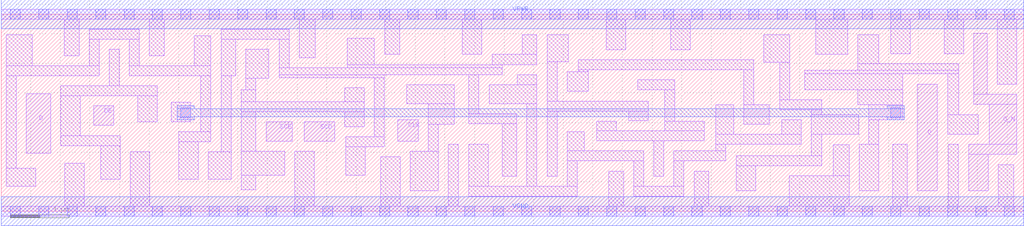
<source format=lef>
# Copyright 2020 The SkyWater PDK Authors
#
# Licensed under the Apache License, Version 2.0 (the "License");
# you may not use this file except in compliance with the License.
# You may obtain a copy of the License at
#
#     https://www.apache.org/licenses/LICENSE-2.0
#
# Unless required by applicable law or agreed to in writing, software
# distributed under the License is distributed on an "AS IS" BASIS,
# WITHOUT WARRANTIES OR CONDITIONS OF ANY KIND, either express or implied.
# See the License for the specific language governing permissions and
# limitations under the License.
#
# SPDX-License-Identifier: Apache-2.0

VERSION 5.7 ;
  NAMESCASESENSITIVE ON ;
  NOWIREEXTENSIONATPIN ON ;
  DIVIDERCHAR "/" ;
  BUSBITCHARS "[]" ;
UNITS
  DATABASE MICRONS 200 ;
END UNITS
MACRO sky130_fd_sc_ms__sedfxbp_2
  CLASS CORE ;
  FOREIGN sky130_fd_sc_ms__sedfxbp_2 ;
  ORIGIN  0.000000  0.000000 ;
  SIZE  17.28000 BY  3.330000 ;
  SYMMETRY X Y ;
  SITE unit ;
  PIN D
    ANTENNAGATEAREA  0.178200 ;
    DIRECTION INPUT ;
    USE SIGNAL ;
    PORT
      LAYER li1 ;
        RECT 0.425000 0.980000 0.835000 1.990000 ;
    END
  END D
  PIN DE
    ANTENNAGATEAREA  0.356400 ;
    DIRECTION INPUT ;
    USE SIGNAL ;
    PORT
      LAYER li1 ;
        RECT 1.565000 1.450000 1.905000 1.780000 ;
    END
  END DE
  PIN Q
    ANTENNADIFFAREA  0.509600 ;
    DIRECTION OUTPUT ;
    USE SIGNAL ;
    PORT
      LAYER li1 ;
        RECT 15.485000 0.350000 15.825000 2.150000 ;
    END
  END Q
  PIN Q_N
    ANTENNADIFFAREA  0.509600 ;
    DIRECTION OUTPUT ;
    USE SIGNAL ;
    PORT
      LAYER li1 ;
        RECT 16.355000 0.350000 16.685000 0.960000 ;
        RECT 16.355000 0.960000 17.165000 1.130000 ;
        RECT 16.435000 1.805000 17.165000 1.975000 ;
        RECT 16.435000 1.975000 16.665000 3.010000 ;
        RECT 16.700000 1.130000 17.165000 1.805000 ;
    END
  END Q_N
  PIN SCD
    ANTENNAGATEAREA  0.178200 ;
    DIRECTION INPUT ;
    USE SIGNAL ;
    PORT
      LAYER li1 ;
        RECT 5.125000 1.180000 5.635000 1.510000 ;
    END
  END SCD
  PIN SCE
    ANTENNAGATEAREA  0.356400 ;
    DIRECTION INPUT ;
    USE SIGNAL ;
    PORT
      LAYER li1 ;
        RECT 4.475000 1.180000 4.915000 1.510000 ;
    END
  END SCE
  PIN CLK
    ANTENNAGATEAREA  0.312600 ;
    DIRECTION INPUT ;
    USE CLOCK ;
    PORT
      LAYER li1 ;
        RECT 6.705000 1.180000 7.045000 1.550000 ;
    END
  END CLK
  PIN VGND
    DIRECTION INOUT ;
    USE GROUND ;
    PORT
      LAYER met1 ;
        RECT 0.000000 -0.245000 17.280000 0.245000 ;
    END
  END VGND
  PIN VPWR
    DIRECTION INOUT ;
    USE POWER ;
    PORT
      LAYER met1 ;
        RECT 0.000000 3.085000 17.280000 3.575000 ;
    END
  END VPWR
  OBS
    LAYER li1 ;
      RECT  0.000000 -0.085000 17.280000 0.085000 ;
      RECT  0.000000  3.245000 17.280000 3.415000 ;
      RECT  0.085000  0.420000  0.580000 0.730000 ;
      RECT  0.085000  0.730000  0.255000 2.290000 ;
      RECT  0.085000  2.290000  1.655000 2.460000 ;
      RECT  0.085000  2.460000  0.525000 2.980000 ;
      RECT  1.005000  1.110000  2.010000 1.280000 ;
      RECT  1.005000  1.280000  1.335000 1.950000 ;
      RECT  1.005000  1.950000  2.635000 2.120000 ;
      RECT  1.065000  2.630000  1.315000 3.245000 ;
      RECT  1.070000  0.085000  1.400000 0.810000 ;
      RECT  1.485000  2.460000  1.655000 2.905000 ;
      RECT  1.485000  2.905000  2.335000 3.075000 ;
      RECT  1.680000  0.545000  2.010000 1.110000 ;
      RECT  1.825000  2.120000  1.995000 2.735000 ;
      RECT  2.165000  2.290000  3.545000 2.460000 ;
      RECT  2.165000  2.460000  2.335000 2.905000 ;
      RECT  2.180000  0.085000  2.510000 1.005000 ;
      RECT  2.305000  1.515000  2.635000 1.950000 ;
      RECT  2.505000  2.630000  2.755000 3.245000 ;
      RECT  2.875000  1.515000  3.205000 1.845000 ;
      RECT  3.000000  0.545000  3.330000 1.175000 ;
      RECT  3.000000  1.175000  3.545000 1.345000 ;
      RECT  3.265000  2.460000  3.545000 2.970000 ;
      RECT  3.375000  1.345000  3.545000 2.290000 ;
      RECT  3.500000  0.545000  3.885000 1.005000 ;
      RECT  3.715000  1.005000  3.885000 2.290000 ;
      RECT  3.715000  2.290000  3.965000 2.905000 ;
      RECT  3.715000  2.905000  4.865000 3.075000 ;
      RECT  4.055000  0.365000  4.305000 0.605000 ;
      RECT  4.055000  0.605000  4.790000 1.010000 ;
      RECT  4.055000  1.010000  4.305000 1.680000 ;
      RECT  4.055000  1.680000  6.135000 1.850000 ;
      RECT  4.055000  1.850000  4.305000 2.055000 ;
      RECT  4.135000  2.055000  4.305000 2.245000 ;
      RECT  4.135000  2.245000  4.525000 2.735000 ;
      RECT  4.695000  2.255000  6.475000 2.310000 ;
      RECT  4.695000  2.310000  8.465000 2.425000 ;
      RECT  4.695000  2.425000  4.865000 2.905000 ;
      RECT  4.960000  0.085000  5.290000 1.010000 ;
      RECT  5.035000  2.595000  5.305000 3.245000 ;
      RECT  5.805000  1.430000  6.135000 1.680000 ;
      RECT  5.805000  1.850000  6.135000 2.085000 ;
      RECT  5.820000  0.605000  6.150000 1.090000 ;
      RECT  5.820000  1.090000  6.475000 1.260000 ;
      RECT  5.845000  2.425000  8.465000 2.480000 ;
      RECT  5.845000  2.480000  6.305000 2.925000 ;
      RECT  6.305000  1.260000  6.475000 2.255000 ;
      RECT  6.415000  0.085000  6.745000 0.920000 ;
      RECT  6.485000  2.650000  6.735000 3.245000 ;
      RECT  6.855000  1.820000  7.655000 2.140000 ;
      RECT  6.915000  0.350000  7.385000 1.010000 ;
      RECT  7.215000  1.010000  7.385000 1.470000 ;
      RECT  7.215000  1.470000  7.655000 1.820000 ;
      RECT  7.555000  0.085000  7.725000 1.130000 ;
      RECT  7.795000  2.650000  8.125000 3.245000 ;
      RECT  7.905000  0.255000  9.735000 0.425000 ;
      RECT  7.905000  0.425000  8.235000 1.130000 ;
      RECT  7.905000  1.480000  8.715000 1.650000 ;
      RECT  7.905000  1.650000  8.075000 2.310000 ;
      RECT  8.245000  1.820000  9.055000 2.140000 ;
      RECT  8.295000  2.480000  9.055000 2.650000 ;
      RECT  8.465000  0.595000  8.715000 1.480000 ;
      RECT  8.725000  2.140000  9.055000 2.305000 ;
      RECT  8.805000  2.650000  9.055000 2.980000 ;
      RECT  8.885000  0.425000  9.055000 1.820000 ;
      RECT  9.225000  0.595000  9.395000 1.690000 ;
      RECT  9.225000  1.690000 10.940000 1.860000 ;
      RECT  9.225000  1.860000  9.395000 2.530000 ;
      RECT  9.225000  2.530000  9.585000 2.980000 ;
      RECT  9.565000  0.425000  9.735000 0.850000 ;
      RECT  9.565000  0.850000 10.860000 1.020000 ;
      RECT  9.565000  1.020000  9.855000 1.345000 ;
      RECT  9.565000  2.030000  9.925000 2.360000 ;
      RECT  9.755000  2.360000  9.925000 2.390000 ;
      RECT  9.755000  2.390000 12.720000 2.560000 ;
      RECT 10.065000  1.190000 11.885000 1.360000 ;
      RECT 10.065000  1.360000 10.395000 1.520000 ;
      RECT 10.225000  2.730000 10.555000 3.245000 ;
      RECT 10.270000  0.085000 10.520000 0.680000 ;
      RECT 10.610000  1.530000 10.940000 1.690000 ;
      RECT 10.690000  0.255000 11.540000 0.425000 ;
      RECT 10.690000  0.425000 10.860000 0.850000 ;
      RECT 10.760000  2.050000 11.385000 2.220000 ;
      RECT 11.030000  0.595000 11.200000 1.190000 ;
      RECT 11.215000  1.360000 11.885000 1.520000 ;
      RECT 11.215000  1.520000 11.385000 2.050000 ;
      RECT 11.320000  2.730000 11.650000 3.245000 ;
      RECT 11.370000  0.425000 11.540000 0.850000 ;
      RECT 11.370000  0.850000 12.250000 1.020000 ;
      RECT 11.710000  0.085000 11.960000 0.680000 ;
      RECT 12.080000  1.020000 12.250000 1.130000 ;
      RECT 12.080000  1.130000 13.525000 1.300000 ;
      RECT 12.080000  1.300000 12.380000 1.800000 ;
      RECT 12.420000  0.350000 12.750000 0.770000 ;
      RECT 12.420000  0.770000 13.865000 0.940000 ;
      RECT 12.550000  1.470000 12.985000 1.800000 ;
      RECT 12.550000  1.800000 12.720000 2.390000 ;
      RECT 12.890000  2.520000 13.325000 2.980000 ;
      RECT 13.155000  1.715000 13.865000 1.885000 ;
      RECT 13.155000  1.885000 13.325000 2.520000 ;
      RECT 13.195000  1.300000 13.525000 1.545000 ;
      RECT 13.320000  0.085000 14.335000 0.600000 ;
      RECT 13.585000  2.055000 15.235000 2.320000 ;
      RECT 13.585000  2.320000 16.185000 2.380000 ;
      RECT 13.695000  0.940000 13.865000 1.300000 ;
      RECT 13.695000  1.300000 14.495000 1.630000 ;
      RECT 13.695000  1.630000 13.865000 1.715000 ;
      RECT 13.765000  2.650000 14.305000 3.245000 ;
      RECT 14.065000  0.600000 14.335000 1.120000 ;
      RECT 14.475000  1.800000 15.235000 2.055000 ;
      RECT 14.475000  2.380000 16.185000 2.490000 ;
      RECT 14.475000  2.490000 14.835000 2.980000 ;
      RECT 14.505000  0.350000 14.835000 1.130000 ;
      RECT 14.665000  1.130000 14.835000 1.550000 ;
      RECT 14.665000  1.550000 15.235000 1.800000 ;
      RECT 15.035000  2.660000 15.365000 3.245000 ;
      RECT 15.065000  0.085000 15.315000 1.130000 ;
      RECT 15.935000  2.660000 16.265000 3.245000 ;
      RECT 15.995000  1.300000 16.510000 1.635000 ;
      RECT 15.995000  1.635000 16.185000 2.320000 ;
      RECT 16.005000  0.085000 16.175000 1.130000 ;
      RECT 16.835000  2.145000 17.165000 3.245000 ;
      RECT 16.855000  0.085000 17.115000 0.790000 ;
    LAYER mcon ;
      RECT  0.155000 -0.085000  0.325000 0.085000 ;
      RECT  0.155000  3.245000  0.325000 3.415000 ;
      RECT  0.635000 -0.085000  0.805000 0.085000 ;
      RECT  0.635000  3.245000  0.805000 3.415000 ;
      RECT  1.115000 -0.085000  1.285000 0.085000 ;
      RECT  1.115000  3.245000  1.285000 3.415000 ;
      RECT  1.595000 -0.085000  1.765000 0.085000 ;
      RECT  1.595000  3.245000  1.765000 3.415000 ;
      RECT  2.075000 -0.085000  2.245000 0.085000 ;
      RECT  2.075000  3.245000  2.245000 3.415000 ;
      RECT  2.555000 -0.085000  2.725000 0.085000 ;
      RECT  2.555000  3.245000  2.725000 3.415000 ;
      RECT  3.035000 -0.085000  3.205000 0.085000 ;
      RECT  3.035000  1.580000  3.205000 1.750000 ;
      RECT  3.035000  3.245000  3.205000 3.415000 ;
      RECT  3.515000 -0.085000  3.685000 0.085000 ;
      RECT  3.515000  3.245000  3.685000 3.415000 ;
      RECT  3.995000 -0.085000  4.165000 0.085000 ;
      RECT  3.995000  3.245000  4.165000 3.415000 ;
      RECT  4.475000 -0.085000  4.645000 0.085000 ;
      RECT  4.475000  3.245000  4.645000 3.415000 ;
      RECT  4.955000 -0.085000  5.125000 0.085000 ;
      RECT  4.955000  3.245000  5.125000 3.415000 ;
      RECT  5.435000 -0.085000  5.605000 0.085000 ;
      RECT  5.435000  3.245000  5.605000 3.415000 ;
      RECT  5.915000 -0.085000  6.085000 0.085000 ;
      RECT  5.915000  3.245000  6.085000 3.415000 ;
      RECT  6.395000 -0.085000  6.565000 0.085000 ;
      RECT  6.395000  3.245000  6.565000 3.415000 ;
      RECT  6.875000 -0.085000  7.045000 0.085000 ;
      RECT  6.875000  3.245000  7.045000 3.415000 ;
      RECT  7.355000 -0.085000  7.525000 0.085000 ;
      RECT  7.355000  3.245000  7.525000 3.415000 ;
      RECT  7.835000 -0.085000  8.005000 0.085000 ;
      RECT  7.835000  3.245000  8.005000 3.415000 ;
      RECT  8.315000 -0.085000  8.485000 0.085000 ;
      RECT  8.315000  3.245000  8.485000 3.415000 ;
      RECT  8.795000 -0.085000  8.965000 0.085000 ;
      RECT  8.795000  3.245000  8.965000 3.415000 ;
      RECT  9.275000 -0.085000  9.445000 0.085000 ;
      RECT  9.275000  3.245000  9.445000 3.415000 ;
      RECT  9.755000 -0.085000  9.925000 0.085000 ;
      RECT  9.755000  3.245000  9.925000 3.415000 ;
      RECT 10.235000 -0.085000 10.405000 0.085000 ;
      RECT 10.235000  3.245000 10.405000 3.415000 ;
      RECT 10.715000 -0.085000 10.885000 0.085000 ;
      RECT 10.715000  3.245000 10.885000 3.415000 ;
      RECT 11.195000 -0.085000 11.365000 0.085000 ;
      RECT 11.195000  3.245000 11.365000 3.415000 ;
      RECT 11.675000 -0.085000 11.845000 0.085000 ;
      RECT 11.675000  3.245000 11.845000 3.415000 ;
      RECT 12.155000 -0.085000 12.325000 0.085000 ;
      RECT 12.155000  3.245000 12.325000 3.415000 ;
      RECT 12.635000 -0.085000 12.805000 0.085000 ;
      RECT 12.635000  3.245000 12.805000 3.415000 ;
      RECT 13.115000 -0.085000 13.285000 0.085000 ;
      RECT 13.115000  3.245000 13.285000 3.415000 ;
      RECT 13.595000 -0.085000 13.765000 0.085000 ;
      RECT 13.595000  3.245000 13.765000 3.415000 ;
      RECT 14.075000 -0.085000 14.245000 0.085000 ;
      RECT 14.075000  3.245000 14.245000 3.415000 ;
      RECT 14.555000 -0.085000 14.725000 0.085000 ;
      RECT 14.555000  3.245000 14.725000 3.415000 ;
      RECT 15.035000 -0.085000 15.205000 0.085000 ;
      RECT 15.035000  1.580000 15.205000 1.750000 ;
      RECT 15.035000  3.245000 15.205000 3.415000 ;
      RECT 15.515000 -0.085000 15.685000 0.085000 ;
      RECT 15.515000  3.245000 15.685000 3.415000 ;
      RECT 15.995000 -0.085000 16.165000 0.085000 ;
      RECT 15.995000  3.245000 16.165000 3.415000 ;
      RECT 16.475000 -0.085000 16.645000 0.085000 ;
      RECT 16.475000  3.245000 16.645000 3.415000 ;
      RECT 16.955000 -0.085000 17.125000 0.085000 ;
      RECT 16.955000  3.245000 17.125000 3.415000 ;
    LAYER met1 ;
      RECT  2.975000 1.550000  3.265000 1.595000 ;
      RECT  2.975000 1.595000 15.265000 1.735000 ;
      RECT  2.975000 1.735000  3.265000 1.780000 ;
      RECT 14.975000 1.550000 15.265000 1.595000 ;
      RECT 14.975000 1.735000 15.265000 1.780000 ;
  END
END sky130_fd_sc_ms__sedfxbp_2
END LIBRARY

</source>
